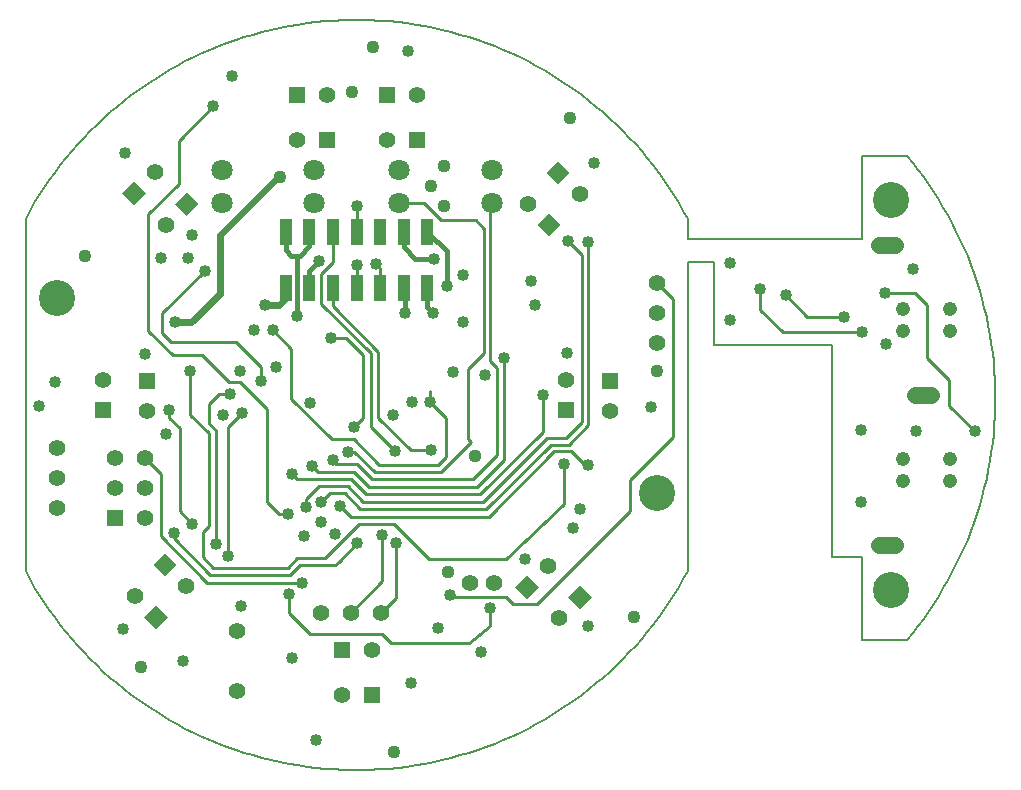
<source format=gbl>
G75*
%MOIN*%
%OFA0B0*%
%FSLAX24Y24*%
%IPPOS*%
%LPD*%
%AMOC8*
5,1,8,0,0,1.08239X$1,22.5*
%
%ADD10C,0.0080*%
%ADD11R,0.0555X0.0555*%
%ADD12C,0.0555*%
%ADD13C,0.0440*%
%ADD14R,0.0555X0.0555*%
%ADD15C,0.0712*%
%ADD16C,0.1200*%
%ADD17R,0.0394X0.0866*%
%ADD18C,0.0476*%
%ADD19C,0.0555*%
%ADD20C,0.0400*%
%ADD21C,0.0436*%
%ADD22C,0.0160*%
%ADD23C,0.0240*%
%ADD24C,0.0100*%
D10*
X005768Y008412D02*
X005768Y020148D01*
X005914Y020415D01*
X006066Y020678D01*
X006225Y020937D01*
X006390Y021192D01*
X006561Y021444D01*
X006739Y021691D01*
X006922Y021933D01*
X007111Y022171D01*
X007305Y022405D01*
X007506Y022633D01*
X007712Y022857D01*
X007923Y023075D01*
X008139Y023289D01*
X008361Y023497D01*
X008588Y023699D01*
X008819Y023896D01*
X009055Y024088D01*
X009296Y024273D01*
X009541Y024453D01*
X009791Y024626D01*
X010044Y024794D01*
X010302Y024955D01*
X010563Y025110D01*
X010829Y025259D01*
X011097Y025401D01*
X011369Y025536D01*
X011645Y025665D01*
X011923Y025787D01*
X012204Y025903D01*
X012488Y026011D01*
X012775Y026112D01*
X013064Y026207D01*
X013355Y026294D01*
X013648Y026375D01*
X013943Y026448D01*
X014240Y026514D01*
X014538Y026573D01*
X014837Y026624D01*
X015138Y026668D01*
X015440Y026705D01*
X015742Y026735D01*
X016046Y026757D01*
X016349Y026772D01*
X016653Y026779D01*
X016957Y026779D01*
X017261Y026772D01*
X017564Y026757D01*
X017868Y026735D01*
X018170Y026705D01*
X018472Y026668D01*
X018773Y026624D01*
X019072Y026573D01*
X019370Y026514D01*
X019667Y026448D01*
X019962Y026375D01*
X020255Y026294D01*
X020546Y026207D01*
X020835Y026112D01*
X021122Y026011D01*
X021406Y025903D01*
X021687Y025787D01*
X021965Y025665D01*
X022241Y025536D01*
X022513Y025401D01*
X022781Y025259D01*
X023047Y025110D01*
X023308Y024955D01*
X023566Y024794D01*
X023819Y024626D01*
X024069Y024453D01*
X024314Y024273D01*
X024555Y024088D01*
X024791Y023896D01*
X025022Y023699D01*
X025249Y023497D01*
X025471Y023289D01*
X025687Y023075D01*
X025898Y022857D01*
X026104Y022633D01*
X026305Y022405D01*
X026499Y022171D01*
X026688Y021933D01*
X026871Y021691D01*
X027049Y021444D01*
X027220Y021192D01*
X027385Y020937D01*
X027544Y020678D01*
X027696Y020415D01*
X027842Y020148D01*
X027841Y020148D02*
X027841Y019497D01*
X033635Y019497D01*
X033635Y022252D01*
X035144Y022252D01*
X028714Y018709D02*
X027841Y018709D01*
X027841Y008412D01*
X032651Y008867D02*
X033635Y008867D01*
X033635Y006111D01*
X035144Y006111D01*
X032651Y008867D02*
X032651Y015953D01*
X028714Y015953D01*
X028714Y018709D01*
X035143Y022253D02*
X035336Y022019D01*
X035523Y021781D01*
X035704Y021539D01*
X035879Y021292D01*
X036048Y021041D01*
X036211Y020786D01*
X036367Y020528D01*
X036518Y020265D01*
X036662Y019999D01*
X036799Y019730D01*
X036930Y019457D01*
X037055Y019181D01*
X037172Y018903D01*
X037283Y018621D01*
X037387Y018337D01*
X037484Y018050D01*
X037574Y017762D01*
X037658Y017471D01*
X037734Y017178D01*
X037803Y016883D01*
X037864Y016587D01*
X037919Y016290D01*
X037966Y015991D01*
X038007Y015691D01*
X038039Y015390D01*
X038065Y015089D01*
X038083Y014787D01*
X038094Y014485D01*
X038098Y014182D01*
X038094Y013879D01*
X038083Y013577D01*
X038065Y013275D01*
X038039Y012974D01*
X038007Y012673D01*
X037966Y012373D01*
X037919Y012074D01*
X037864Y011777D01*
X037803Y011481D01*
X037734Y011186D01*
X037658Y010893D01*
X037574Y010602D01*
X037484Y010314D01*
X037387Y010027D01*
X037283Y009743D01*
X037172Y009461D01*
X037055Y009183D01*
X036930Y008907D01*
X036799Y008634D01*
X036662Y008365D01*
X036518Y008099D01*
X036367Y007836D01*
X036211Y007578D01*
X036048Y007323D01*
X035879Y007072D01*
X035704Y006825D01*
X035523Y006583D01*
X035336Y006345D01*
X035143Y006111D01*
X027842Y008412D02*
X027696Y008145D01*
X027544Y007882D01*
X027385Y007623D01*
X027220Y007368D01*
X027049Y007116D01*
X026871Y006869D01*
X026688Y006627D01*
X026499Y006389D01*
X026305Y006155D01*
X026104Y005927D01*
X025898Y005703D01*
X025687Y005485D01*
X025471Y005271D01*
X025249Y005063D01*
X025022Y004861D01*
X024791Y004664D01*
X024555Y004472D01*
X024314Y004287D01*
X024069Y004107D01*
X023819Y003934D01*
X023566Y003766D01*
X023308Y003605D01*
X023047Y003450D01*
X022781Y003301D01*
X022513Y003159D01*
X022241Y003024D01*
X021965Y002895D01*
X021687Y002773D01*
X021406Y002657D01*
X021122Y002549D01*
X020835Y002448D01*
X020546Y002353D01*
X020255Y002266D01*
X019962Y002185D01*
X019667Y002112D01*
X019370Y002046D01*
X019072Y001987D01*
X018773Y001936D01*
X018472Y001892D01*
X018170Y001855D01*
X017868Y001825D01*
X017564Y001803D01*
X017261Y001788D01*
X016957Y001781D01*
X016653Y001781D01*
X016349Y001788D01*
X016046Y001803D01*
X015742Y001825D01*
X015440Y001855D01*
X015138Y001892D01*
X014837Y001936D01*
X014538Y001987D01*
X014240Y002046D01*
X013943Y002112D01*
X013648Y002185D01*
X013355Y002266D01*
X013064Y002353D01*
X012775Y002448D01*
X012488Y002549D01*
X012204Y002657D01*
X011923Y002773D01*
X011645Y002895D01*
X011369Y003024D01*
X011097Y003159D01*
X010829Y003301D01*
X010563Y003450D01*
X010302Y003605D01*
X010044Y003766D01*
X009791Y003934D01*
X009541Y004107D01*
X009296Y004287D01*
X009055Y004472D01*
X008819Y004664D01*
X008588Y004861D01*
X008361Y005063D01*
X008139Y005271D01*
X007923Y005485D01*
X007712Y005703D01*
X007506Y005927D01*
X007305Y006155D01*
X007111Y006389D01*
X006922Y006627D01*
X006739Y006869D01*
X006561Y007116D01*
X006390Y007368D01*
X006225Y007623D01*
X006066Y007882D01*
X005914Y008145D01*
X005768Y008412D01*
D11*
X008755Y010180D03*
X008352Y013770D03*
X009801Y014740D03*
X015805Y022780D03*
X014805Y024280D03*
X017805Y024280D03*
X018805Y022780D03*
X025241Y014747D03*
X023792Y013776D03*
X016305Y005780D03*
X017305Y004280D03*
D12*
X016305Y004280D03*
X017305Y005780D03*
X017605Y007030D03*
X016605Y007030D03*
X015605Y007030D03*
X012805Y006405D03*
X011115Y007919D03*
X009404Y007581D03*
X009755Y010180D03*
X009755Y011180D03*
X008755Y011180D03*
X008755Y012180D03*
X009755Y012180D03*
X009801Y013740D03*
X008352Y014770D03*
X006805Y012530D03*
X006805Y011530D03*
X006805Y010530D03*
X012805Y004405D03*
X020586Y008011D03*
X021373Y008011D03*
X023190Y008594D03*
X023551Y006834D03*
X025241Y013747D03*
X023792Y014776D03*
X026805Y016030D03*
X026805Y017030D03*
X026805Y018030D03*
X024237Y020987D03*
X022512Y020662D03*
X017805Y022780D03*
X018805Y024280D03*
X015805Y024280D03*
X014805Y022780D03*
X010435Y019938D03*
X010086Y021710D03*
D13*
X019730Y021925D03*
X019730Y020588D03*
X020765Y012248D03*
X019840Y008392D03*
D14*
G36*
X022874Y007887D02*
X022483Y007496D01*
X022092Y007887D01*
X022483Y008278D01*
X022874Y007887D01*
G37*
G36*
X023867Y007541D02*
X024258Y007932D01*
X024649Y007541D01*
X024258Y007150D01*
X023867Y007541D01*
G37*
G36*
X010408Y008235D02*
X010017Y008626D01*
X010408Y009017D01*
X010799Y008626D01*
X010408Y008235D01*
G37*
G36*
X010112Y007265D02*
X010503Y006874D01*
X010112Y006483D01*
X009721Y006874D01*
X010112Y007265D01*
G37*
G36*
X023219Y020346D02*
X023610Y019955D01*
X023219Y019564D01*
X022828Y019955D01*
X023219Y020346D01*
G37*
G36*
X023530Y021303D02*
X023139Y021694D01*
X023530Y022085D01*
X023921Y021694D01*
X023530Y021303D01*
G37*
G36*
X010751Y020645D02*
X011142Y021036D01*
X011533Y020645D01*
X011142Y020254D01*
X010751Y020645D01*
G37*
G36*
X009770Y021003D02*
X009379Y020612D01*
X008988Y021003D01*
X009379Y021394D01*
X009770Y021003D01*
G37*
D15*
X012305Y020680D03*
X012305Y021780D03*
X015388Y021780D03*
X015388Y020680D03*
X018221Y020680D03*
X018221Y021780D03*
X021305Y021780D03*
X021305Y020680D03*
D16*
X026805Y011030D03*
X034620Y007784D03*
X034620Y020776D03*
X006805Y017530D03*
D17*
X014442Y017835D03*
X015230Y017835D03*
X016017Y017835D03*
X016805Y017835D03*
X017592Y017835D03*
X018379Y017835D03*
X019167Y017835D03*
X019167Y019725D03*
X018379Y019725D03*
X017592Y019725D03*
X016805Y019725D03*
X016017Y019725D03*
X015230Y019725D03*
X014442Y019725D03*
D18*
X035017Y017134D03*
X035017Y016426D03*
X036592Y016426D03*
X036592Y017134D03*
X036592Y012134D03*
X036592Y011426D03*
X035017Y011426D03*
X035017Y012134D03*
D19*
X035405Y014280D02*
X035960Y014280D01*
X034760Y009280D02*
X034205Y009280D01*
X034205Y019280D02*
X034760Y019280D01*
D20*
X009030Y006480D03*
X011005Y005430D03*
X012955Y007255D03*
X014555Y007655D03*
X014980Y008030D03*
X015055Y009580D03*
X015605Y010055D03*
X015130Y010555D03*
X015630Y010730D03*
X016255Y010580D03*
X016080Y009655D03*
X016805Y009355D03*
X017655Y009605D03*
X018105Y009355D03*
X019905Y007605D03*
X019505Y006530D03*
X020955Y005730D03*
X021255Y007180D03*
X022405Y008830D03*
X024005Y009855D03*
X024255Y010480D03*
X024530Y011955D03*
X023705Y011980D03*
X023005Y014280D03*
X021705Y015530D03*
X021080Y014955D03*
X020005Y015055D03*
X019255Y014055D03*
X018655Y014055D03*
X018005Y013630D03*
X016705Y013205D03*
X016505Y012380D03*
X016005Y012105D03*
X015305Y011930D03*
X014655Y011655D03*
X014530Y010305D03*
X012505Y008930D03*
X012105Y009330D03*
X011330Y009980D03*
X010705Y009680D03*
X010455Y012980D03*
X010555Y013780D03*
X011255Y015080D03*
X012580Y014330D03*
X012355Y013630D03*
X012980Y013680D03*
X013605Y014755D03*
X014130Y015205D03*
X012905Y015080D03*
X013380Y016455D03*
X014005Y016455D03*
X014830Y016930D03*
X013755Y017280D03*
X011743Y018399D03*
X011192Y018850D03*
X011305Y019630D03*
X010293Y018849D03*
X010743Y016699D03*
X009743Y015649D03*
X006755Y014730D03*
X006205Y013930D03*
X015255Y014030D03*
X015955Y016180D03*
X018405Y017030D03*
X019355Y017030D03*
X020355Y016730D03*
X019805Y017930D03*
X020355Y018280D03*
X019380Y018830D03*
X017455Y018655D03*
X016805Y018630D03*
X015555Y018755D03*
X016805Y020580D03*
X012030Y023905D03*
X012655Y024930D03*
X009080Y022355D03*
X018530Y025755D03*
X024730Y022030D03*
X024530Y019380D03*
X023855Y019405D03*
X022605Y018080D03*
X022755Y017280D03*
X023805Y015680D03*
X026630Y013880D03*
X029255Y016780D03*
X030255Y017830D03*
X031105Y017630D03*
X033055Y016880D03*
X033655Y016380D03*
X034455Y015980D03*
X034405Y017680D03*
X035355Y018480D03*
X029255Y018680D03*
X033605Y013130D03*
X035455Y013080D03*
X037405Y013080D03*
X033605Y010730D03*
X024530Y006580D03*
X018605Y004680D03*
X015455Y002780D03*
X014655Y005530D03*
X018080Y012405D03*
X019280Y012455D03*
D21*
X026805Y015080D03*
X019280Y021255D03*
X016655Y024380D03*
X017355Y025880D03*
X014255Y021555D03*
X007755Y018905D03*
X023930Y023505D03*
X026055Y006880D03*
X018055Y002380D03*
X009605Y005230D03*
D22*
X014830Y016930D02*
X014830Y018930D01*
X014630Y018930D01*
X014442Y019117D01*
X014442Y019725D01*
X015230Y019725D02*
X015230Y019255D01*
X014930Y018930D01*
X014830Y018930D01*
X015230Y018430D02*
X015555Y018755D01*
X015230Y018430D02*
X015230Y017835D01*
X014455Y017823D02*
X014455Y017530D01*
X014455Y017823D02*
X014442Y017835D01*
X018379Y017835D02*
X018405Y017810D01*
X018405Y017030D01*
X019167Y017218D02*
X019355Y017030D01*
X019167Y017218D02*
X019167Y017835D01*
X019805Y017930D02*
X019805Y019087D01*
X019167Y019725D01*
X018379Y019725D02*
X018379Y019205D01*
X018755Y018830D01*
X019380Y018830D01*
X018379Y019725D02*
X018355Y019700D01*
D23*
X014455Y017530D02*
X014205Y017280D01*
X013755Y017280D01*
X012248Y017649D02*
X011298Y016699D01*
X010743Y016699D01*
X012248Y017649D02*
X012248Y019616D01*
X014187Y021555D01*
X014255Y021555D01*
D24*
X016017Y019725D02*
X016017Y018718D01*
X015630Y018330D01*
X015630Y017330D01*
X017280Y015680D01*
X017280Y013205D01*
X018080Y012405D01*
X018605Y012455D02*
X017530Y013530D01*
X017530Y015730D01*
X016017Y017242D01*
X016017Y017835D01*
X016805Y017835D02*
X016805Y018630D01*
X017455Y018655D02*
X017592Y018517D01*
X017592Y017835D01*
X016455Y016180D02*
X015955Y016180D01*
X016455Y016180D02*
X017030Y015605D01*
X017030Y013530D01*
X016705Y013205D01*
X016705Y012805D02*
X017555Y011955D01*
X019530Y011955D01*
X019780Y012205D01*
X019780Y013530D01*
X019255Y014055D01*
X019255Y014430D01*
X020530Y015155D02*
X021055Y015680D01*
X021055Y019830D01*
X020780Y020105D01*
X019630Y020105D01*
X019055Y020680D01*
X018221Y020680D01*
X016805Y020580D02*
X016805Y019725D01*
X014005Y016455D02*
X014630Y015830D01*
X014630Y014155D01*
X015980Y012805D01*
X016705Y012805D01*
X016730Y012380D02*
X016505Y012380D01*
X016730Y012380D02*
X017405Y011705D01*
X019605Y011705D01*
X020630Y012730D01*
X020530Y012830D01*
X020530Y015155D01*
X021255Y015405D02*
X021480Y015180D01*
X021480Y012280D01*
X020680Y011480D01*
X017305Y011480D01*
X016805Y011980D01*
X016130Y011980D01*
X016005Y012105D01*
X015505Y011730D02*
X016705Y011730D01*
X017205Y011230D01*
X020805Y011230D01*
X021705Y012130D01*
X021705Y015530D01*
X021255Y015405D02*
X021255Y020630D01*
X021305Y020680D01*
X023855Y019405D02*
X024305Y018955D01*
X024305Y013380D01*
X023780Y012855D01*
X023155Y012855D01*
X021030Y010730D01*
X017030Y010730D01*
X016505Y011255D01*
X015555Y011255D01*
X015130Y010830D01*
X015130Y010555D01*
X015630Y010730D02*
X015905Y011005D01*
X016405Y011005D01*
X016930Y010480D01*
X021130Y010480D01*
X023280Y012630D01*
X023880Y012630D01*
X024530Y013280D01*
X024530Y019380D01*
X026805Y018030D02*
X027355Y017480D01*
X027355Y012880D01*
X025930Y011455D01*
X025930Y010405D01*
X022830Y007305D01*
X022030Y007305D01*
X021780Y007555D01*
X019955Y007555D01*
X019905Y007605D01*
X019230Y008805D02*
X018055Y009980D01*
X016880Y009980D01*
X015755Y008855D01*
X014830Y008855D01*
X014505Y008530D01*
X012030Y008530D01*
X011680Y008880D01*
X011680Y009730D01*
X011880Y009930D01*
X011880Y013005D01*
X011255Y013630D01*
X011255Y015080D01*
X011655Y015605D02*
X012555Y014705D01*
X012930Y014705D01*
X013805Y013830D01*
X013805Y010730D01*
X014230Y010305D01*
X014530Y010305D01*
X014830Y011480D02*
X014655Y011655D01*
X014830Y011480D02*
X016630Y011480D01*
X017130Y010980D01*
X020930Y010980D01*
X023005Y013055D01*
X023005Y014280D01*
X023380Y012405D02*
X023955Y012405D01*
X024405Y011955D01*
X024530Y011955D01*
X023705Y011980D02*
X023705Y010655D01*
X021780Y008805D01*
X019230Y008805D01*
X018105Y009355D02*
X018105Y007530D01*
X017605Y007030D01*
X017655Y006330D02*
X015255Y006330D01*
X014555Y007030D01*
X014555Y007655D01*
X014980Y008030D02*
X011830Y008030D01*
X010280Y009580D01*
X010280Y011655D01*
X009755Y012180D01*
X010905Y013180D02*
X010555Y013530D01*
X010555Y013780D01*
X010905Y013180D02*
X010905Y010405D01*
X011330Y009980D01*
X010705Y009680D02*
X010705Y009505D01*
X011930Y008280D01*
X014580Y008280D01*
X014905Y008605D01*
X016080Y008605D01*
X016205Y008730D01*
X016805Y009355D01*
X017655Y009605D02*
X017655Y008080D01*
X016605Y007030D01*
X017655Y006330D02*
X017955Y006030D01*
X020555Y006030D01*
X021255Y006580D01*
X021255Y007180D01*
X021205Y010230D02*
X023380Y012405D01*
X021205Y010230D02*
X016605Y010230D01*
X016255Y010580D01*
X015505Y011730D02*
X015305Y011930D01*
X012980Y013680D02*
X012505Y013205D01*
X012530Y008955D01*
X012505Y008930D01*
X012105Y009330D02*
X012105Y013105D01*
X011880Y013330D01*
X011880Y013980D01*
X012230Y014330D01*
X012580Y014330D01*
X013605Y014755D02*
X013605Y015230D01*
X012780Y016055D01*
X010630Y016055D01*
X010330Y016355D01*
X010330Y017010D01*
X011743Y018399D01*
X009855Y020305D02*
X009855Y016430D01*
X010680Y015605D01*
X011655Y015605D01*
X009855Y020305D02*
X010880Y021330D01*
X010880Y022755D01*
X012030Y023905D01*
X018605Y012455D02*
X019280Y012455D01*
X030255Y017130D02*
X030255Y017830D01*
X030255Y017130D02*
X031005Y016380D01*
X033655Y016380D01*
X033055Y016880D02*
X031805Y016880D01*
X031105Y017630D01*
X034405Y017680D02*
X035405Y017680D01*
X035805Y017280D01*
X035805Y015530D01*
X036555Y014780D01*
X036555Y013930D01*
X037405Y013080D01*
M02*

</source>
